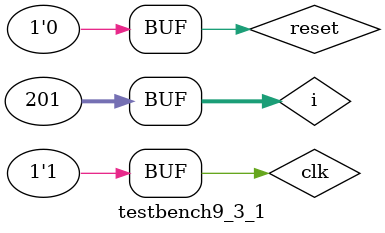
<source format=v>
`timescale 1ns / 1ps


module testbench9_3_1(

    );
    reg clk, reset;
    wire [2:0] count;
    integer i;
    
    FSM9_3_1 DUT (.clk(clk), .count(count), .reset(reset));
    
    integer i;
    initial clk = 1;
    initial reset = 1;
    initial
    begin
    for(i = 0; i < 201; i = i + 1)
        begin
        if (i % 5 == 0)
            clk = ~clk;
        if (i == 20 || i == 140)
            reset = 0;
        if (i == 120)
            reset = 1;
        #1 clk = clk;
         end
    end
endmodule

</source>
